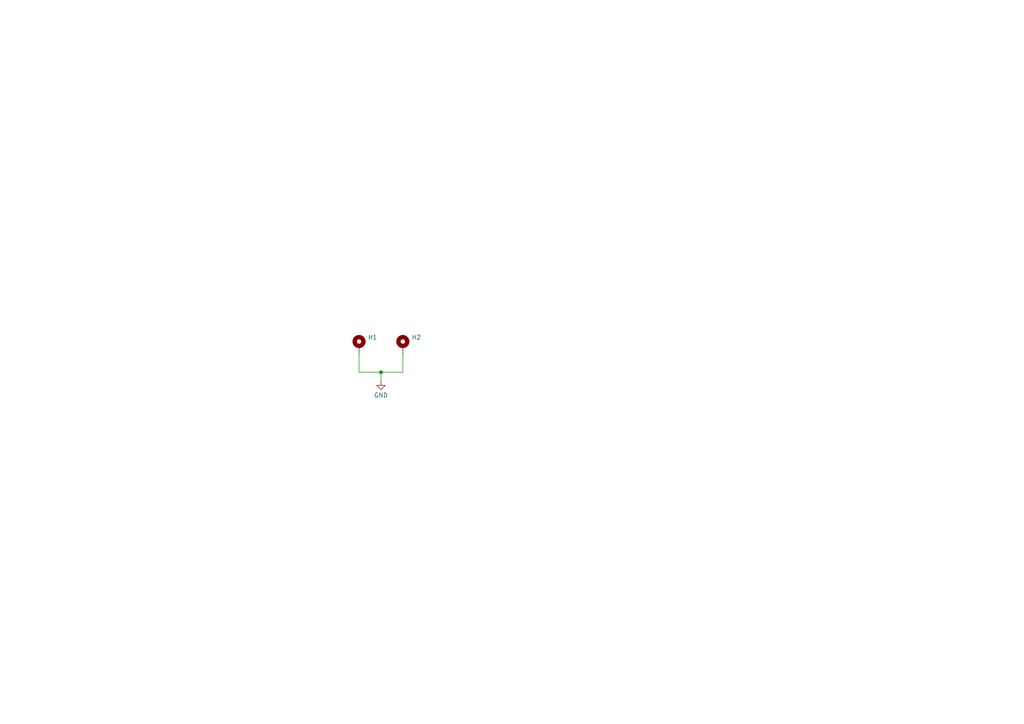
<source format=kicad_sch>
(kicad_sch
	(version 20231120)
	(generator "eeschema")
	(generator_version "8.0")
	(uuid "2a8d935a-315a-421f-a62b-248ab4ff1bc1")
	(paper "A4")
	(lib_symbols
		(symbol "Mechanical:MountingHole_Pad"
			(pin_numbers hide)
			(pin_names
				(offset 1.016) hide)
			(exclude_from_sim yes)
			(in_bom no)
			(on_board yes)
			(property "Reference" "H"
				(at 0 6.35 0)
				(effects
					(font
						(size 1.27 1.27)
					)
				)
			)
			(property "Value" "MountingHole_Pad"
				(at 0 4.445 0)
				(effects
					(font
						(size 1.27 1.27)
					)
				)
			)
			(property "Footprint" ""
				(at 0 0 0)
				(effects
					(font
						(size 1.27 1.27)
					)
					(hide yes)
				)
			)
			(property "Datasheet" "~"
				(at 0 0 0)
				(effects
					(font
						(size 1.27 1.27)
					)
					(hide yes)
				)
			)
			(property "Description" "Mounting Hole with connection"
				(at 0 0 0)
				(effects
					(font
						(size 1.27 1.27)
					)
					(hide yes)
				)
			)
			(property "ki_keywords" "mounting hole"
				(at 0 0 0)
				(effects
					(font
						(size 1.27 1.27)
					)
					(hide yes)
				)
			)
			(property "ki_fp_filters" "MountingHole*Pad*"
				(at 0 0 0)
				(effects
					(font
						(size 1.27 1.27)
					)
					(hide yes)
				)
			)
			(symbol "MountingHole_Pad_0_1"
				(circle
					(center 0 1.27)
					(radius 1.27)
					(stroke
						(width 1.27)
						(type default)
					)
					(fill
						(type none)
					)
				)
			)
			(symbol "MountingHole_Pad_1_1"
				(pin input line
					(at 0 -2.54 90)
					(length 2.54)
					(name "1"
						(effects
							(font
								(size 1.27 1.27)
							)
						)
					)
					(number "1"
						(effects
							(font
								(size 1.27 1.27)
							)
						)
					)
				)
			)
		)
		(symbol "power:GND"
			(power)
			(pin_numbers hide)
			(pin_names
				(offset 0) hide)
			(exclude_from_sim no)
			(in_bom yes)
			(on_board yes)
			(property "Reference" "#PWR"
				(at 0 -6.35 0)
				(effects
					(font
						(size 1.27 1.27)
					)
					(hide yes)
				)
			)
			(property "Value" "GND"
				(at 0 -3.81 0)
				(effects
					(font
						(size 1.27 1.27)
					)
				)
			)
			(property "Footprint" ""
				(at 0 0 0)
				(effects
					(font
						(size 1.27 1.27)
					)
					(hide yes)
				)
			)
			(property "Datasheet" ""
				(at 0 0 0)
				(effects
					(font
						(size 1.27 1.27)
					)
					(hide yes)
				)
			)
			(property "Description" "Power symbol creates a global label with name \"GND\" , ground"
				(at 0 0 0)
				(effects
					(font
						(size 1.27 1.27)
					)
					(hide yes)
				)
			)
			(property "ki_keywords" "global power"
				(at 0 0 0)
				(effects
					(font
						(size 1.27 1.27)
					)
					(hide yes)
				)
			)
			(symbol "GND_0_1"
				(polyline
					(pts
						(xy 0 0) (xy 0 -1.27) (xy 1.27 -1.27) (xy 0 -2.54) (xy -1.27 -1.27) (xy 0 -1.27)
					)
					(stroke
						(width 0)
						(type default)
					)
					(fill
						(type none)
					)
				)
			)
			(symbol "GND_1_1"
				(pin power_in line
					(at 0 0 270)
					(length 0)
					(name "~"
						(effects
							(font
								(size 1.27 1.27)
							)
						)
					)
					(number "1"
						(effects
							(font
								(size 1.27 1.27)
							)
						)
					)
				)
			)
		)
	)
	(junction
		(at 110.49 107.95)
		(diameter 0)
		(color 0 0 0 0)
		(uuid "226cd3e0-d1a7-4d7e-8b6f-1b7a79e0910f")
	)
	(wire
		(pts
			(xy 110.49 107.95) (xy 110.49 110.49)
		)
		(stroke
			(width 0)
			(type default)
		)
		(uuid "034e7b74-6c70-468e-bfbe-90f2777f2308")
	)
	(wire
		(pts
			(xy 116.84 107.95) (xy 110.49 107.95)
		)
		(stroke
			(width 0)
			(type default)
		)
		(uuid "25db4a3d-3fcf-4f64-9a1d-850dc0897044")
	)
	(wire
		(pts
			(xy 110.49 107.95) (xy 104.14 107.95)
		)
		(stroke
			(width 0)
			(type default)
		)
		(uuid "471774f0-41eb-4fe1-957d-6750c8d2aa28")
	)
	(wire
		(pts
			(xy 116.84 102.87) (xy 116.84 107.95)
		)
		(stroke
			(width 0)
			(type default)
		)
		(uuid "4ef6df69-8269-48fa-bdd7-077f587f755a")
	)
	(wire
		(pts
			(xy 104.14 107.95) (xy 104.14 102.87)
		)
		(stroke
			(width 0)
			(type default)
		)
		(uuid "b83dd0d2-290e-48c7-a28b-c5c6e7b01737")
	)
	(symbol
		(lib_id "Mechanical:MountingHole_Pad")
		(at 116.84 100.33 0)
		(unit 1)
		(exclude_from_sim yes)
		(in_bom no)
		(on_board yes)
		(dnp no)
		(fields_autoplaced yes)
		(uuid "055f8172-55d4-443e-9a6d-b5c3b0f1cf4c")
		(property "Reference" "H2"
			(at 119.38 97.8478 0)
			(effects
				(font
					(size 1.27 1.27)
				)
				(justify left)
			)
		)
		(property "Value" "MountingHole_Pad"
			(at 119.38 100.2721 0)
			(effects
				(font
					(size 1.27 1.27)
				)
				(justify left)
				(hide yes)
			)
		)
		(property "Footprint" "BYOM_General:plated_rack_hole"
			(at 116.84 100.33 0)
			(effects
				(font
					(size 1.27 1.27)
				)
				(hide yes)
			)
		)
		(property "Datasheet" "~"
			(at 116.84 100.33 0)
			(effects
				(font
					(size 1.27 1.27)
				)
				(hide yes)
			)
		)
		(property "Description" "Mounting Hole with connection"
			(at 116.84 100.33 0)
			(effects
				(font
					(size 1.27 1.27)
				)
				(hide yes)
			)
		)
		(pin "1"
			(uuid "eb9e897b-e149-4b46-925a-1904c73ae823")
		)
		(instances
			(project "EuroClack - Basic mixer - panel"
				(path "/2a8d935a-315a-421f-a62b-248ab4ff1bc1"
					(reference "H2")
					(unit 1)
				)
			)
		)
	)
	(symbol
		(lib_id "Mechanical:MountingHole_Pad")
		(at 104.14 100.33 0)
		(unit 1)
		(exclude_from_sim yes)
		(in_bom no)
		(on_board yes)
		(dnp no)
		(fields_autoplaced yes)
		(uuid "5ebc084e-0405-4f65-a4d7-cf6c63d08888")
		(property "Reference" "H1"
			(at 106.68 97.8478 0)
			(effects
				(font
					(size 1.27 1.27)
				)
				(justify left)
			)
		)
		(property "Value" "MountingHole_Pad"
			(at 106.68 100.2721 0)
			(effects
				(font
					(size 1.27 1.27)
				)
				(justify left)
				(hide yes)
			)
		)
		(property "Footprint" "BYOM_General:plated_rack_hole"
			(at 104.14 100.33 0)
			(effects
				(font
					(size 1.27 1.27)
				)
				(hide yes)
			)
		)
		(property "Datasheet" "~"
			(at 104.14 100.33 0)
			(effects
				(font
					(size 1.27 1.27)
				)
				(hide yes)
			)
		)
		(property "Description" "Mounting Hole with connection"
			(at 104.14 100.33 0)
			(effects
				(font
					(size 1.27 1.27)
				)
				(hide yes)
			)
		)
		(pin "1"
			(uuid "5629aa1a-480b-44c7-86de-841add283b19")
		)
		(instances
			(project "EuroClack - Basic mixer - panel"
				(path "/2a8d935a-315a-421f-a62b-248ab4ff1bc1"
					(reference "H1")
					(unit 1)
				)
			)
		)
	)
	(symbol
		(lib_id "power:GND")
		(at 110.49 110.49 0)
		(unit 1)
		(exclude_from_sim no)
		(in_bom yes)
		(on_board yes)
		(dnp no)
		(fields_autoplaced yes)
		(uuid "e2702a3e-bb63-4620-8a5a-91a7a35deb7d")
		(property "Reference" "#PWR01"
			(at 110.49 116.84 0)
			(effects
				(font
					(size 1.27 1.27)
				)
				(hide yes)
			)
		)
		(property "Value" "GND"
			(at 110.49 114.6231 0)
			(effects
				(font
					(size 1.27 1.27)
				)
			)
		)
		(property "Footprint" ""
			(at 110.49 110.49 0)
			(effects
				(font
					(size 1.27 1.27)
				)
				(hide yes)
			)
		)
		(property "Datasheet" ""
			(at 110.49 110.49 0)
			(effects
				(font
					(size 1.27 1.27)
				)
				(hide yes)
			)
		)
		(property "Description" "Power symbol creates a global label with name \"GND\" , ground"
			(at 110.49 110.49 0)
			(effects
				(font
					(size 1.27 1.27)
				)
				(hide yes)
			)
		)
		(pin "1"
			(uuid "7c1285af-b38f-45e5-9795-09ad288eaff5")
		)
		(instances
			(project "EuroClack - Basic mixer - panel"
				(path "/2a8d935a-315a-421f-a62b-248ab4ff1bc1"
					(reference "#PWR01")
					(unit 1)
				)
			)
		)
	)
	(sheet_instances
		(path "/"
			(page "1")
		)
	)
)
</source>
